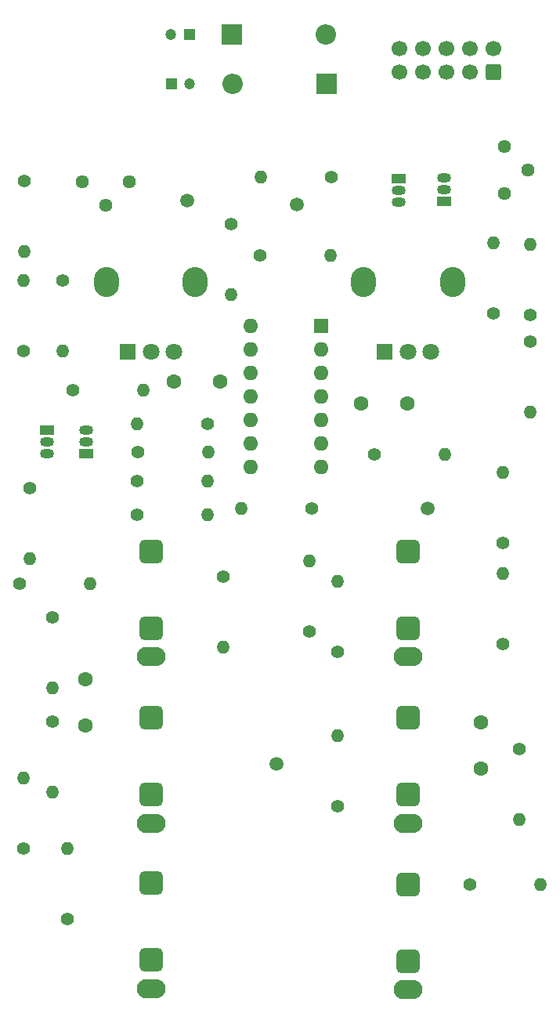
<source format=gbr>
%TF.GenerationSoftware,KiCad,Pcbnew,(6.0.1)*%
%TF.CreationDate,2022-09-11T09:05:18+02:00*%
%TF.ProjectId,vca,7663612e-6b69-4636-9164-5f7063625858,rev?*%
%TF.SameCoordinates,Original*%
%TF.FileFunction,Soldermask,Top*%
%TF.FilePolarity,Negative*%
%FSLAX46Y46*%
G04 Gerber Fmt 4.6, Leading zero omitted, Abs format (unit mm)*
G04 Created by KiCad (PCBNEW (6.0.1)) date 2022-09-11 09:05:18*
%MOMM*%
%LPD*%
G01*
G04 APERTURE LIST*
G04 Aperture macros list*
%AMRoundRect*
0 Rectangle with rounded corners*
0 $1 Rounding radius*
0 $2 $3 $4 $5 $6 $7 $8 $9 X,Y pos of 4 corners*
0 Add a 4 corners polygon primitive as box body*
4,1,4,$2,$3,$4,$5,$6,$7,$8,$9,$2,$3,0*
0 Add four circle primitives for the rounded corners*
1,1,$1+$1,$2,$3*
1,1,$1+$1,$4,$5*
1,1,$1+$1,$6,$7*
1,1,$1+$1,$8,$9*
0 Add four rect primitives between the rounded corners*
20,1,$1+$1,$2,$3,$4,$5,0*
20,1,$1+$1,$4,$5,$6,$7,0*
20,1,$1+$1,$6,$7,$8,$9,0*
20,1,$1+$1,$8,$9,$2,$3,0*%
G04 Aperture macros list end*
%ADD10C,1.500000*%
%ADD11O,2.720000X3.240000*%
%ADD12R,1.800000X1.800000*%
%ADD13C,1.800000*%
%ADD14O,3.100000X2.100000*%
%ADD15RoundRect,0.650000X-0.650000X-0.650000X0.650000X-0.650000X0.650000X0.650000X-0.650000X0.650000X0*%
%ADD16C,1.400000*%
%ADD17O,1.400000X1.400000*%
%ADD18R,1.200000X1.200000*%
%ADD19C,1.200000*%
%ADD20R,1.600000X1.600000*%
%ADD21O,1.600000X1.600000*%
%ADD22RoundRect,0.250000X0.600000X-0.600000X0.600000X0.600000X-0.600000X0.600000X-0.600000X-0.600000X0*%
%ADD23C,1.700000*%
%ADD24C,1.600000*%
%ADD25R,2.200000X2.200000*%
%ADD26O,2.200000X2.200000*%
%ADD27R,1.500000X1.050000*%
%ADD28O,1.500000X1.050000*%
%ADD29C,1.440000*%
G04 APERTURE END LIST*
D10*
%TO.C,TP3*%
X59200000Y-39200000D03*
%TD*%
%TO.C,TP4*%
X57000000Y-99675000D03*
%TD*%
D11*
%TO.C,RV1*%
X48200000Y-47600000D03*
X38600000Y-47600000D03*
D12*
X40900000Y-55100000D03*
D13*
X43400000Y-55100000D03*
X45900000Y-55100000D03*
%TD*%
D10*
%TO.C,TP2*%
X47375000Y-38800000D03*
%TD*%
D14*
%TO.C,J5*%
X71200000Y-124080000D03*
D15*
X71200000Y-112680000D03*
X71200000Y-120980000D03*
%TD*%
D14*
%TO.C,J4*%
X71200000Y-88080000D03*
D15*
X71200000Y-76680000D03*
X71200000Y-84980000D03*
%TD*%
D14*
%TO.C,J1*%
X43400000Y-106080000D03*
D15*
X43400000Y-94680000D03*
X43400000Y-102980000D03*
%TD*%
D14*
%TO.C,J6*%
X43400000Y-123915000D03*
D15*
X43400000Y-112515000D03*
X43400000Y-120815000D03*
%TD*%
D14*
%TO.C,J2*%
X71200000Y-106080000D03*
D15*
X71200000Y-94680000D03*
X71200000Y-102980000D03*
%TD*%
D14*
%TO.C,J3*%
X43400000Y-88080000D03*
D15*
X43400000Y-76680000D03*
X43400000Y-84980000D03*
%TD*%
D10*
%TO.C,TP1*%
X73300000Y-72050000D03*
%TD*%
D11*
%TO.C,RV2*%
X66400000Y-47600000D03*
X76000000Y-47600000D03*
D12*
X68700000Y-55100000D03*
D13*
X71200000Y-55100000D03*
X73700000Y-55100000D03*
%TD*%
D16*
%TO.C,R31*%
X67540000Y-66225000D03*
D17*
X75160000Y-66225000D03*
%TD*%
D16*
%TO.C,R34*%
X63575000Y-104210000D03*
D17*
X63575000Y-96590000D03*
%TD*%
D16*
%TO.C,R30*%
X84400000Y-51160000D03*
D17*
X84400000Y-43540000D03*
%TD*%
D18*
%TO.C,C6*%
X47550000Y-20800000D03*
D19*
X45550000Y-20800000D03*
%TD*%
D16*
%TO.C,R8*%
X30350000Y-69890000D03*
D17*
X30350000Y-77510000D03*
%TD*%
D16*
%TO.C,R19*%
X41990000Y-65950000D03*
D17*
X49610000Y-65950000D03*
%TD*%
D18*
%TO.C,C7*%
X45627401Y-26150000D03*
D19*
X47627401Y-26150000D03*
%TD*%
D16*
%TO.C,R17*%
X29700000Y-36690000D03*
D17*
X29700000Y-44310000D03*
%TD*%
D20*
%TO.C,U2*%
X61850000Y-52325000D03*
D21*
X61850000Y-54865000D03*
X61850000Y-57405000D03*
X61850000Y-59945000D03*
X61850000Y-62485000D03*
X61850000Y-65025000D03*
X61850000Y-67565000D03*
X54230000Y-67565000D03*
X54230000Y-65025000D03*
X54230000Y-62485000D03*
X54230000Y-59945000D03*
X54230000Y-57405000D03*
X54230000Y-54865000D03*
X54230000Y-52325000D03*
%TD*%
D16*
%TO.C,R16*%
X52050000Y-41340000D03*
D17*
X52050000Y-48960000D03*
%TD*%
D16*
%TO.C,R32*%
X51250000Y-79440000D03*
D17*
X51250000Y-87060000D03*
%TD*%
D16*
%TO.C,R23*%
X41890000Y-69100000D03*
D17*
X49510000Y-69100000D03*
%TD*%
D22*
%TO.C,J7*%
X80400000Y-24900000D03*
D23*
X80400000Y-22360000D03*
X77860000Y-24900000D03*
X77860000Y-22360000D03*
X75320000Y-24900000D03*
X75320000Y-22360000D03*
X72780000Y-24900000D03*
X72780000Y-22360000D03*
X70240000Y-24900000D03*
X70240000Y-22360000D03*
%TD*%
D16*
%TO.C,R9*%
X34990000Y-59275000D03*
D17*
X42610000Y-59275000D03*
%TD*%
D16*
%TO.C,R11*%
X55190000Y-44700000D03*
D17*
X62810000Y-44700000D03*
%TD*%
D16*
%TO.C,R20*%
X62935000Y-36225000D03*
D17*
X55315000Y-36225000D03*
%TD*%
D16*
%TO.C,R26*%
X60760000Y-72050000D03*
D17*
X53140000Y-72050000D03*
%TD*%
D16*
%TO.C,R25*%
X29240000Y-80200000D03*
D17*
X36860000Y-80200000D03*
%TD*%
D16*
%TO.C,R29*%
X81450000Y-86735000D03*
D17*
X81450000Y-79115000D03*
%TD*%
D24*
%TO.C,C1*%
X36350000Y-90550000D03*
X36350000Y-95550000D03*
%TD*%
D16*
%TO.C,R7*%
X32750000Y-95090000D03*
D17*
X32750000Y-102710000D03*
%TD*%
D16*
%TO.C,R22*%
X81425000Y-75760000D03*
D17*
X81425000Y-68140000D03*
%TD*%
D25*
%TO.C,D1*%
X52170000Y-20800000D03*
D26*
X62330000Y-20800000D03*
%TD*%
D16*
%TO.C,R36*%
X77890000Y-112700000D03*
D17*
X85510000Y-112700000D03*
%TD*%
D27*
%TO.C,Q2*%
X75100000Y-38850000D03*
D28*
X75100000Y-37580000D03*
X75100000Y-36310000D03*
%TD*%
D16*
%TO.C,R24*%
X84400000Y-54040000D03*
D17*
X84400000Y-61660000D03*
%TD*%
D16*
%TO.C,R33*%
X29650000Y-108800000D03*
D17*
X29650000Y-101180000D03*
%TD*%
D16*
%TO.C,R10*%
X83200000Y-98090000D03*
D17*
X83200000Y-105710000D03*
%TD*%
D16*
%TO.C,R35*%
X34400000Y-116410000D03*
D17*
X34400000Y-108790000D03*
%TD*%
D16*
%TO.C,R18*%
X63550000Y-87510000D03*
D17*
X63550000Y-79890000D03*
%TD*%
D24*
%TO.C,C4*%
X66100000Y-60700000D03*
X71100000Y-60700000D03*
%TD*%
D29*
%TO.C,RV4*%
X81650000Y-38000000D03*
X84190000Y-35460000D03*
X81650000Y-32920000D03*
%TD*%
D16*
%TO.C,R28*%
X60500000Y-85360000D03*
D17*
X60500000Y-77740000D03*
%TD*%
D25*
%TO.C,D2*%
X62380000Y-26150000D03*
D26*
X52220000Y-26150000D03*
%TD*%
D16*
%TO.C,R27*%
X41890000Y-72750000D03*
D17*
X49510000Y-72750000D03*
%TD*%
D16*
%TO.C,R1*%
X33900000Y-47440000D03*
D17*
X33900000Y-55060000D03*
%TD*%
D16*
%TO.C,R21*%
X29600000Y-55060000D03*
D17*
X29600000Y-47440000D03*
%TD*%
D27*
%TO.C,Q3*%
X32160000Y-63630000D03*
D28*
X32160000Y-64900000D03*
X32160000Y-66170000D03*
%TD*%
D27*
%TO.C,Q1*%
X36390000Y-66170000D03*
D28*
X36390000Y-64900000D03*
X36390000Y-63630000D03*
%TD*%
D16*
%TO.C,R13*%
X32750000Y-83840000D03*
D17*
X32750000Y-91460000D03*
%TD*%
D16*
%TO.C,R15*%
X49560000Y-62950000D03*
D17*
X41940000Y-62950000D03*
%TD*%
D27*
%TO.C,Q4*%
X70210000Y-36380000D03*
D28*
X70210000Y-37650000D03*
X70210000Y-38920000D03*
%TD*%
D24*
%TO.C,C2*%
X79050000Y-95150000D03*
X79050000Y-100150000D03*
%TD*%
%TO.C,C8*%
X50900000Y-58300000D03*
X45900000Y-58300000D03*
%TD*%
D16*
%TO.C,R14*%
X80400000Y-50960000D03*
D17*
X80400000Y-43340000D03*
%TD*%
D29*
%TO.C,RV3*%
X35950000Y-36725000D03*
X38490000Y-39265000D03*
X41030000Y-36725000D03*
%TD*%
M02*

</source>
